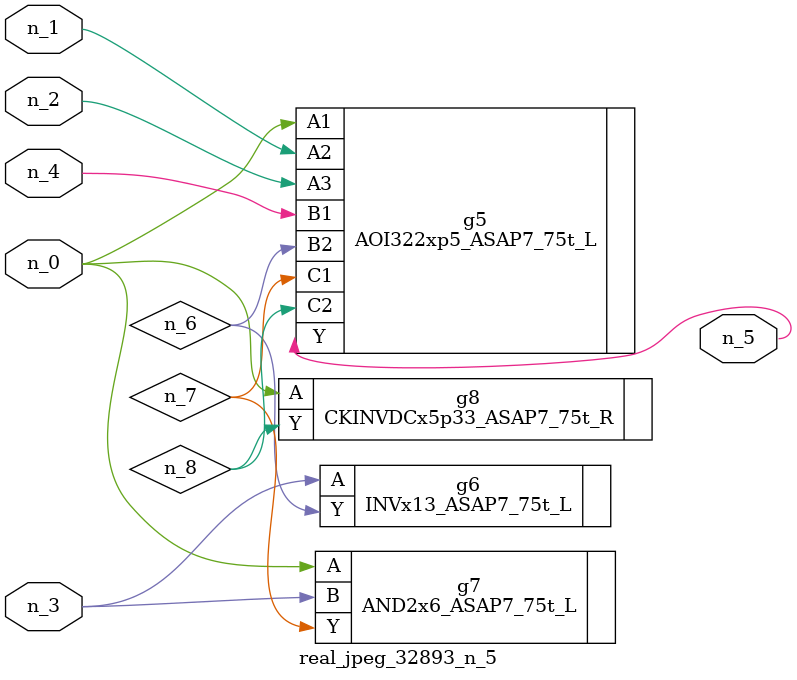
<source format=v>
module real_jpeg_32893_n_5 (n_4, n_0, n_1, n_2, n_3, n_5);

input n_4;
input n_0;
input n_1;
input n_2;
input n_3;

output n_5;

wire n_8;
wire n_6;
wire n_7;

AOI322xp5_ASAP7_75t_L g5 ( 
.A1(n_0),
.A2(n_1),
.A3(n_2),
.B1(n_4),
.B2(n_6),
.C1(n_7),
.C2(n_8),
.Y(n_5)
);

AND2x6_ASAP7_75t_L g7 ( 
.A(n_0),
.B(n_3),
.Y(n_7)
);

CKINVDCx5p33_ASAP7_75t_R g8 ( 
.A(n_0),
.Y(n_8)
);

INVx13_ASAP7_75t_L g6 ( 
.A(n_3),
.Y(n_6)
);


endmodule
</source>
